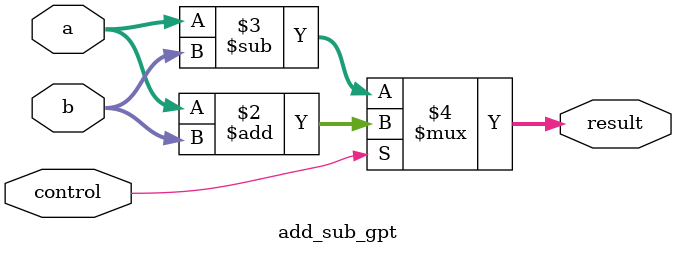
<source format=v>
module add_sub_gpt (
    input [15:0] a, b,    
    input control,        
    output reg [15:0] result 
);

    always @(*) begin
        result = (control) ? (a + b) : (a - b); 
    end

endmodule
</source>
